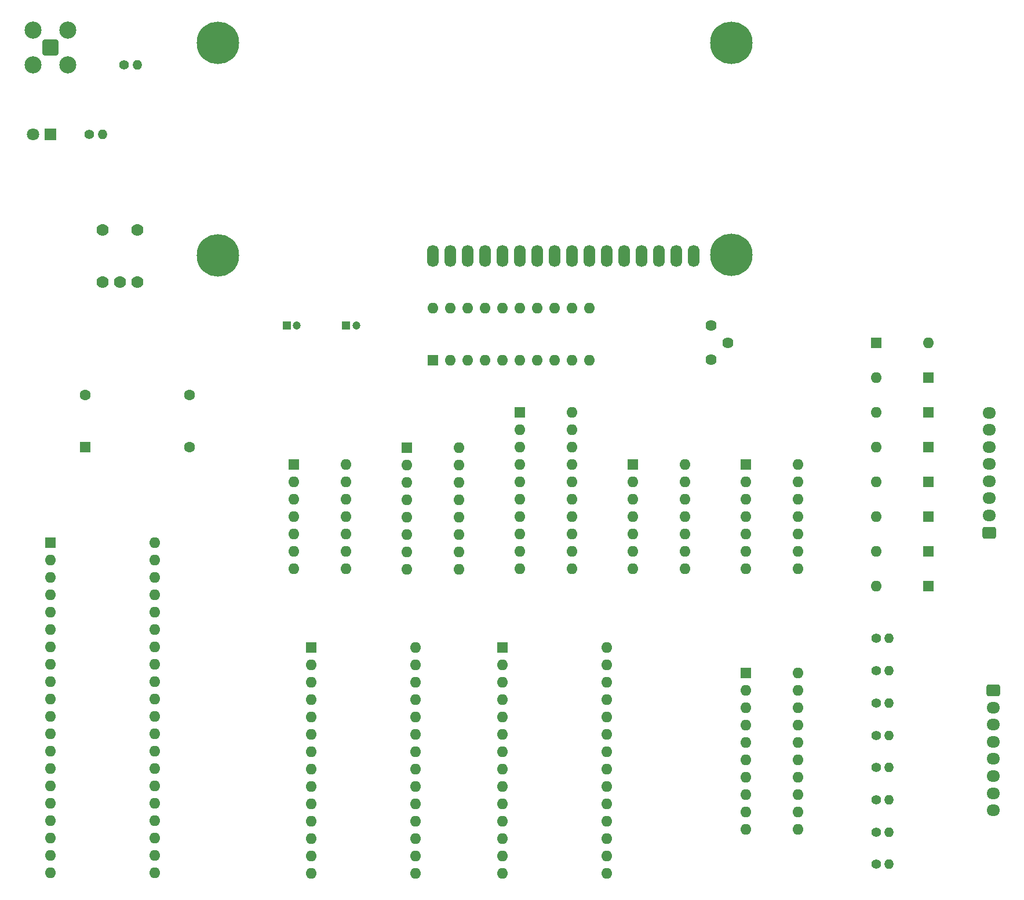
<source format=gbr>
%TF.GenerationSoftware,KiCad,Pcbnew,7.0.8*%
%TF.CreationDate,2023-11-04T10:57:41+00:00*%
%TF.ProjectId,Z80Computer,5a383043-6f6d-4707-9574-65722e6b6963,rev?*%
%TF.SameCoordinates,Original*%
%TF.FileFunction,Soldermask,Top*%
%TF.FilePolarity,Negative*%
%FSLAX46Y46*%
G04 Gerber Fmt 4.6, Leading zero omitted, Abs format (unit mm)*
G04 Created by KiCad (PCBNEW 7.0.8) date 2023-11-04 10:57:41*
%MOMM*%
%LPD*%
G01*
G04 APERTURE LIST*
G04 Aperture macros list*
%AMRoundRect*
0 Rectangle with rounded corners*
0 $1 Rounding radius*
0 $2 $3 $4 $5 $6 $7 $8 $9 X,Y pos of 4 corners*
0 Add a 4 corners polygon primitive as box body*
4,1,4,$2,$3,$4,$5,$6,$7,$8,$9,$2,$3,0*
0 Add four circle primitives for the rounded corners*
1,1,$1+$1,$2,$3*
1,1,$1+$1,$4,$5*
1,1,$1+$1,$6,$7*
1,1,$1+$1,$8,$9*
0 Add four rect primitives between the rounded corners*
20,1,$1+$1,$2,$3,$4,$5,0*
20,1,$1+$1,$4,$5,$6,$7,0*
20,1,$1+$1,$6,$7,$8,$9,0*
20,1,$1+$1,$8,$9,$2,$3,0*%
G04 Aperture macros list end*
%ADD10R,1.600000X1.600000*%
%ADD11O,1.600000X1.600000*%
%ADD12C,1.620000*%
%ADD13C,1.400000*%
%ADD14O,1.400000X1.400000*%
%ADD15C,6.204000*%
%ADD16O,1.712000X3.220000*%
%ADD17RoundRect,0.200100X-0.949900X-0.949900X0.949900X-0.949900X0.949900X0.949900X-0.949900X0.949900X0*%
%ADD18C,2.500000*%
%ADD19C,1.778000*%
%ADD20C,1.600000*%
%ADD21RoundRect,0.250000X0.725000X-0.600000X0.725000X0.600000X-0.725000X0.600000X-0.725000X-0.600000X0*%
%ADD22O,1.950000X1.700000*%
%ADD23R,1.200000X1.200000*%
%ADD24C,1.200000*%
%ADD25R,1.800000X1.800000*%
%ADD26C,1.800000*%
%ADD27RoundRect,0.250000X-0.725000X0.600000X-0.725000X-0.600000X0.725000X-0.600000X0.725000X0.600000X0*%
G04 APERTURE END LIST*
D10*
%TO.C,IC1*%
X55905000Y-110495000D03*
D11*
X55905000Y-113035000D03*
X55905000Y-115575000D03*
X55905000Y-118115000D03*
X55905000Y-120655000D03*
X55905000Y-123195000D03*
X55905000Y-125735000D03*
X55905000Y-128275000D03*
X55905000Y-130815000D03*
X55905000Y-133355000D03*
X55905000Y-135895000D03*
X55905000Y-138435000D03*
X55905000Y-140975000D03*
X55905000Y-143515000D03*
X55905000Y-146055000D03*
X55905000Y-148595000D03*
X55905000Y-151135000D03*
X55905000Y-153675000D03*
X55905000Y-156215000D03*
X55905000Y-158755000D03*
X71145000Y-158755000D03*
X71145000Y-156215000D03*
X71145000Y-153675000D03*
X71145000Y-151135000D03*
X71145000Y-148595000D03*
X71145000Y-146055000D03*
X71145000Y-143515000D03*
X71145000Y-140975000D03*
X71145000Y-138435000D03*
X71145000Y-135895000D03*
X71145000Y-133355000D03*
X71145000Y-130815000D03*
X71145000Y-128275000D03*
X71145000Y-125735000D03*
X71145000Y-123195000D03*
X71145000Y-120655000D03*
X71145000Y-118115000D03*
X71145000Y-115575000D03*
X71145000Y-113035000D03*
X71145000Y-110495000D03*
%TD*%
D10*
%TO.C,U7*%
X157480000Y-99040000D03*
D11*
X157480000Y-101580000D03*
X157480000Y-104120000D03*
X157480000Y-106660000D03*
X157480000Y-109200000D03*
X157480000Y-111740000D03*
X157480000Y-114280000D03*
X165100000Y-114280000D03*
X165100000Y-111740000D03*
X165100000Y-109200000D03*
X165100000Y-106660000D03*
X165100000Y-104120000D03*
X165100000Y-101580000D03*
X165100000Y-99040000D03*
%TD*%
D10*
%TO.C,IC2_EEPROM1*%
X93980000Y-125745000D03*
D11*
X93980000Y-128285000D03*
X93980000Y-130825000D03*
X93980000Y-133365000D03*
X93980000Y-135905000D03*
X93980000Y-138445000D03*
X93980000Y-140985000D03*
X93980000Y-143525000D03*
X93980000Y-146065000D03*
X93980000Y-148605000D03*
X93980000Y-151145000D03*
X93980000Y-153685000D03*
X93980000Y-156225000D03*
X93980000Y-158765000D03*
X109220000Y-158765000D03*
X109220000Y-156225000D03*
X109220000Y-153685000D03*
X109220000Y-151145000D03*
X109220000Y-148605000D03*
X109220000Y-146065000D03*
X109220000Y-143525000D03*
X109220000Y-140985000D03*
X109220000Y-138445000D03*
X109220000Y-135905000D03*
X109220000Y-133365000D03*
X109220000Y-130825000D03*
X109220000Y-128285000D03*
X109220000Y-125745000D03*
%TD*%
D12*
%TO.C,RV1*%
X152400000Y-78740000D03*
X154900000Y-81240000D03*
X152400000Y-83740000D03*
%TD*%
D13*
%TO.C,R2*%
X176530000Y-157480000D03*
D14*
X178430000Y-157480000D03*
%TD*%
D10*
%TO.C,U3*%
X111760000Y-83820000D03*
D11*
X114300000Y-83820000D03*
X116840000Y-83820000D03*
X119380000Y-83820000D03*
X121920000Y-83820000D03*
X124460000Y-83820000D03*
X127000000Y-83820000D03*
X129540000Y-83820000D03*
X132080000Y-83820000D03*
X134620000Y-83820000D03*
X134620000Y-76200000D03*
X132080000Y-76200000D03*
X129540000Y-76200000D03*
X127000000Y-76200000D03*
X124460000Y-76200000D03*
X121920000Y-76200000D03*
X119380000Y-76200000D03*
X116840000Y-76200000D03*
X114300000Y-76200000D03*
X111760000Y-76200000D03*
%TD*%
D15*
%TO.C,DIS1*%
X155360000Y-68380000D03*
X80360000Y-68480000D03*
X155360000Y-37380000D03*
X80360000Y-37380000D03*
D16*
X149860000Y-68580000D03*
X147320000Y-68580000D03*
X144780000Y-68580000D03*
X142240000Y-68580000D03*
X139700000Y-68580000D03*
X137160000Y-68580000D03*
X134620000Y-68580000D03*
X132080000Y-68580000D03*
X129540000Y-68580000D03*
X127000000Y-68580000D03*
X124460000Y-68580000D03*
X121920000Y-68580000D03*
X119380000Y-68580000D03*
X116840000Y-68580000D03*
X114300000Y-68580000D03*
X111760000Y-68580000D03*
%TD*%
D13*
%TO.C,R7*%
X176530000Y-133894300D03*
D14*
X178430000Y-133894300D03*
%TD*%
D17*
%TO.C,J1*%
X55880000Y-38100000D03*
D18*
X53340000Y-35560000D03*
X53340000Y-40640000D03*
X58420000Y-35560000D03*
X58420000Y-40640000D03*
%TD*%
D13*
%TO.C,R5*%
X176530000Y-143328600D03*
D14*
X178430000Y-143328600D03*
%TD*%
D19*
%TO.C,SW1*%
X63500000Y-64770000D03*
X68580000Y-64770000D03*
X68580000Y-72390000D03*
X66040000Y-72390000D03*
X63500000Y-72390000D03*
%TD*%
D10*
%TO.C,X1*%
X60960000Y-96520000D03*
D20*
X76200000Y-96520000D03*
X76200000Y-88900000D03*
X60960000Y-88900000D03*
%TD*%
D13*
%TO.C,R1*%
X66680000Y-40640000D03*
D14*
X68580000Y-40640000D03*
%TD*%
D13*
%TO.C,R6*%
X176530000Y-138611400D03*
D14*
X178430000Y-138611400D03*
%TD*%
D10*
%TO.C,D1*%
X176530000Y-81280000D03*
D11*
X184150000Y-81280000D03*
%TD*%
D21*
%TO.C,J3*%
X193040000Y-108980000D03*
D22*
X193040000Y-106480000D03*
X193040000Y-103980000D03*
X193040000Y-101480000D03*
X193040000Y-98980000D03*
X193040000Y-96480000D03*
X193040000Y-93980000D03*
X193040000Y-91480000D03*
%TD*%
D10*
%TO.C,U2*%
X91440000Y-99040000D03*
D11*
X91440000Y-101580000D03*
X91440000Y-104120000D03*
X91440000Y-106660000D03*
X91440000Y-109200000D03*
X91440000Y-111740000D03*
X91440000Y-114280000D03*
X99060000Y-114280000D03*
X99060000Y-111740000D03*
X99060000Y-109200000D03*
X99060000Y-106660000D03*
X99060000Y-104120000D03*
X99060000Y-101580000D03*
X99060000Y-99040000D03*
%TD*%
D13*
%TO.C,R8*%
X176530000Y-129177100D03*
D14*
X178430000Y-129177100D03*
%TD*%
D13*
%TO.C,R3*%
X176530000Y-148045700D03*
D14*
X178430000Y-148045700D03*
%TD*%
D10*
%TO.C,D6*%
X184150000Y-106680000D03*
D11*
X176530000Y-106680000D03*
%TD*%
D10*
%TO.C,U5*%
X140970000Y-99040000D03*
D11*
X140970000Y-101580000D03*
X140970000Y-104120000D03*
X140970000Y-106660000D03*
X140970000Y-109200000D03*
X140970000Y-111740000D03*
X140970000Y-114280000D03*
X148590000Y-114280000D03*
X148590000Y-111740000D03*
X148590000Y-109200000D03*
X148590000Y-106660000D03*
X148590000Y-104120000D03*
X148590000Y-101580000D03*
X148590000Y-99040000D03*
%TD*%
D13*
%TO.C,R4*%
X176530000Y-152762900D03*
D14*
X178430000Y-152762900D03*
%TD*%
D13*
%TO.C,R9*%
X176530000Y-124460000D03*
D14*
X178430000Y-124460000D03*
%TD*%
D23*
%TO.C,C2*%
X99060000Y-78740000D03*
D24*
X100560000Y-78740000D03*
%TD*%
D10*
%TO.C,D4*%
X184150000Y-96520000D03*
D11*
X176530000Y-96520000D03*
%TD*%
D13*
%TO.C,R10*%
X61600000Y-50800000D03*
D14*
X63500000Y-50800000D03*
%TD*%
D25*
%TO.C,D9*%
X55880000Y-50800000D03*
D26*
X53340000Y-50800000D03*
%TD*%
D10*
%TO.C,D5*%
X184150000Y-101600000D03*
D11*
X176530000Y-101600000D03*
%TD*%
D10*
%TO.C,IC6_SRAM1*%
X121920000Y-125745000D03*
D11*
X121920000Y-128285000D03*
X121920000Y-130825000D03*
X121920000Y-133365000D03*
X121920000Y-135905000D03*
X121920000Y-138445000D03*
X121920000Y-140985000D03*
X121920000Y-143525000D03*
X121920000Y-146065000D03*
X121920000Y-148605000D03*
X121920000Y-151145000D03*
X121920000Y-153685000D03*
X121920000Y-156225000D03*
X121920000Y-158765000D03*
X137160000Y-158765000D03*
X137160000Y-156225000D03*
X137160000Y-153685000D03*
X137160000Y-151145000D03*
X137160000Y-148605000D03*
X137160000Y-146065000D03*
X137160000Y-143525000D03*
X137160000Y-140985000D03*
X137160000Y-138445000D03*
X137160000Y-135905000D03*
X137160000Y-133365000D03*
X137160000Y-130825000D03*
X137160000Y-128285000D03*
X137160000Y-125745000D03*
%TD*%
D10*
%TO.C,U1*%
X124460000Y-91440000D03*
D11*
X124460000Y-93980000D03*
X124460000Y-96520000D03*
X124460000Y-99060000D03*
X124460000Y-101600000D03*
X124460000Y-104140000D03*
X124460000Y-106680000D03*
X124460000Y-109220000D03*
X124460000Y-111760000D03*
X124460000Y-114300000D03*
X132080000Y-114300000D03*
X132080000Y-111760000D03*
X132080000Y-109220000D03*
X132080000Y-106680000D03*
X132080000Y-104140000D03*
X132080000Y-101600000D03*
X132080000Y-99060000D03*
X132080000Y-96520000D03*
X132080000Y-93980000D03*
X132080000Y-91440000D03*
%TD*%
D10*
%TO.C,D3*%
X184150000Y-91440000D03*
D11*
X176530000Y-91440000D03*
%TD*%
D23*
%TO.C,C1*%
X90400000Y-78740000D03*
D24*
X91900000Y-78740000D03*
%TD*%
D27*
%TO.C,J2*%
X193640000Y-132080000D03*
D22*
X193640000Y-134580000D03*
X193640000Y-137080000D03*
X193640000Y-139580000D03*
X193640000Y-142080000D03*
X193640000Y-144580000D03*
X193640000Y-147080000D03*
X193640000Y-149580000D03*
%TD*%
D10*
%TO.C,U6*%
X157480000Y-129540000D03*
D11*
X157480000Y-132080000D03*
X157480000Y-134620000D03*
X157480000Y-137160000D03*
X157480000Y-139700000D03*
X157480000Y-142240000D03*
X157480000Y-144780000D03*
X157480000Y-147320000D03*
X157480000Y-149860000D03*
X157480000Y-152400000D03*
X165100000Y-152400000D03*
X165100000Y-149860000D03*
X165100000Y-147320000D03*
X165100000Y-144780000D03*
X165100000Y-142240000D03*
X165100000Y-139700000D03*
X165100000Y-137160000D03*
X165100000Y-134620000D03*
X165100000Y-132080000D03*
X165100000Y-129540000D03*
%TD*%
D10*
%TO.C,U4*%
X107950000Y-96540000D03*
D11*
X107950000Y-99080000D03*
X107950000Y-101620000D03*
X107950000Y-104160000D03*
X107950000Y-106700000D03*
X107950000Y-109240000D03*
X107950000Y-111780000D03*
X107950000Y-114320000D03*
X115570000Y-114320000D03*
X115570000Y-111780000D03*
X115570000Y-109240000D03*
X115570000Y-106700000D03*
X115570000Y-104160000D03*
X115570000Y-101620000D03*
X115570000Y-99080000D03*
X115570000Y-96540000D03*
%TD*%
D10*
%TO.C,D8*%
X184150000Y-116840000D03*
D11*
X176530000Y-116840000D03*
%TD*%
D10*
%TO.C,D2*%
X184150000Y-86360000D03*
D11*
X176530000Y-86360000D03*
%TD*%
D10*
%TO.C,D7*%
X184150000Y-111760000D03*
D11*
X176530000Y-111760000D03*
%TD*%
M02*

</source>
